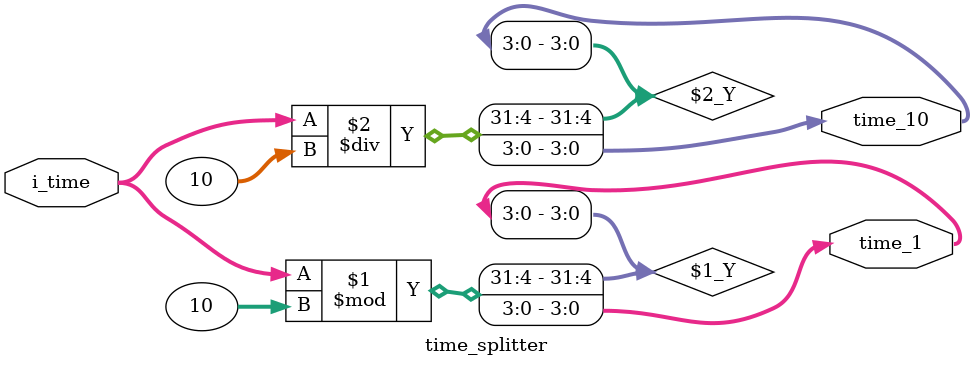
<source format=v>
`timescale 1ns / 1ps


module time_splitter #(
    parameter BIT_WIDTH = 7
) (
    input [BIT_WIDTH - 1:0] i_time,

    output [3:0] time_1,
    output [3:0] time_10
);

    assign time_1  = i_time % 10;
    assign time_10 = i_time / 10;

endmodule

</source>
